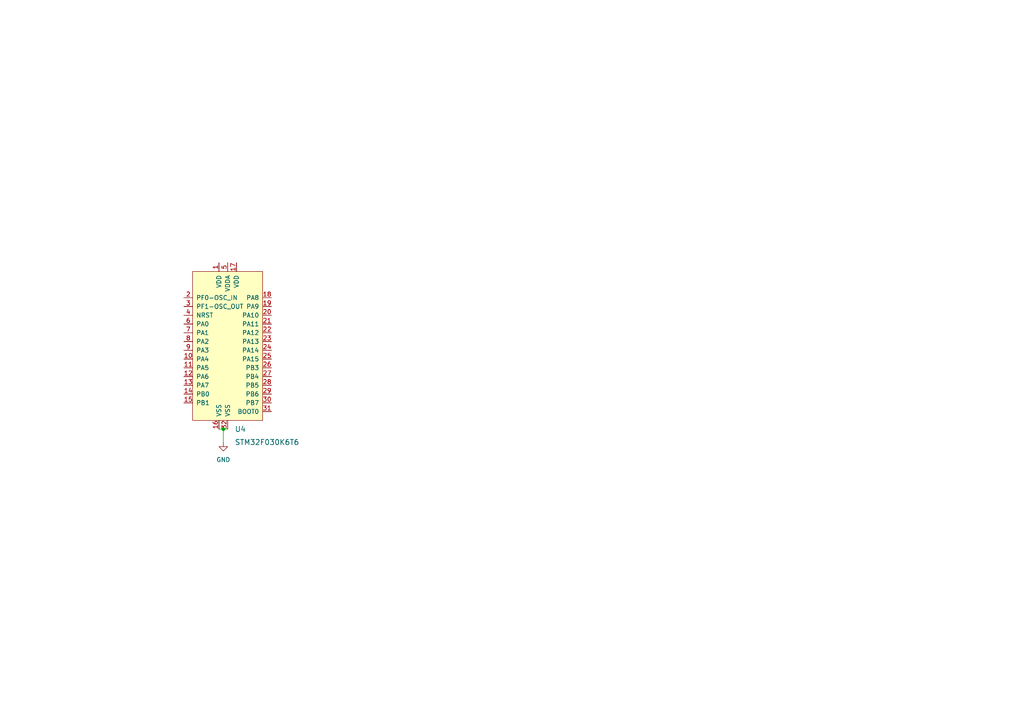
<source format=kicad_sch>
(kicad_sch (version 20211123) (generator eeschema)

  (uuid 37aa40eb-e661-4277-9e4a-2f0cebbf690f)

  (paper "A4")

  (lib_symbols
    (symbol "dk_Embedded-Microcontrollers:STM32F030K6T6" (pin_names (offset 1.016)) (in_bom yes) (on_board yes)
      (property "Reference" "U" (id 0) (at -8.9662 18.7706 0)
        (effects (font (size 1.524 1.524)))
      )
      (property "Value" "STM32F030K6T6" (id 1) (at 0 -7.62 90)
        (effects (font (size 1.524 1.524)))
      )
      (property "Footprint" "digikey-footprints:LQFP-32_7x7mm" (id 2) (at 5.08 5.08 0)
        (effects (font (size 1.524 1.524)) (justify left) hide)
      )
      (property "Datasheet" "http://www.st.com/content/ccc/resource/technical/document/datasheet/a4/5d/0b/0e/87/c4/4d/71/DM00088500.pdf/files/DM00088500.pdf/jcr:content/translations/en.DM00088500.pdf" (id 3) (at 5.08 7.62 0)
        (effects (font (size 1.524 1.524)) (justify left) hide)
      )
      (property "Digi-Key_PN" "497-14046-ND" (id 4) (at 5.08 10.16 0)
        (effects (font (size 1.524 1.524)) (justify left) hide)
      )
      (property "MPN" "STM32F030K6T6" (id 5) (at 5.08 12.7 0)
        (effects (font (size 1.524 1.524)) (justify left) hide)
      )
      (property "Category" "Integrated Circuits (ICs)" (id 6) (at 5.08 15.24 0)
        (effects (font (size 1.524 1.524)) (justify left) hide)
      )
      (property "Family" "Embedded - Microcontrollers" (id 7) (at 5.08 17.78 0)
        (effects (font (size 1.524 1.524)) (justify left) hide)
      )
      (property "DK_Datasheet_Link" "http://www.st.com/content/ccc/resource/technical/document/datasheet/a4/5d/0b/0e/87/c4/4d/71/DM00088500.pdf/files/DM00088500.pdf/jcr:content/translations/en.DM00088500.pdf" (id 8) (at 5.08 20.32 0)
        (effects (font (size 1.524 1.524)) (justify left) hide)
      )
      (property "DK_Detail_Page" "/product-detail/en/stmicroelectronics/STM32F030K6T6/497-14046-ND/4494296" (id 9) (at 5.08 22.86 0)
        (effects (font (size 1.524 1.524)) (justify left) hide)
      )
      (property "Description" "IC MCU 32BIT 32KB FLASH 32LQFP" (id 10) (at 5.08 25.4 0)
        (effects (font (size 1.524 1.524)) (justify left) hide)
      )
      (property "Manufacturer" "STMicroelectronics" (id 11) (at 5.08 27.94 0)
        (effects (font (size 1.524 1.524)) (justify left) hide)
      )
      (property "Status" "Active" (id 12) (at 5.08 30.48 0)
        (effects (font (size 1.524 1.524)) (justify left) hide)
      )
      (property "ki_keywords" "497-14046-ND STM32F0" (id 13) (at 0 0 0)
        (effects (font (size 1.27 1.27)) hide)
      )
      (property "ki_description" "IC MCU 32BIT 32KB FLASH 32LQFP" (id 14) (at 0 0 0)
        (effects (font (size 1.27 1.27)) hide)
      )
      (symbol "STM32F030K6T6_0_1"
        (rectangle (start -10.16 17.78) (end 10.16 -25.4)
          (stroke (width 0) (type default) (color 0 0 0 0))
          (fill (type background))
        )
      )
      (symbol "STM32F030K6T6_1_1"
        (pin power_in line (at -2.54 20.32 270) (length 2.54)
          (name "VDD" (effects (font (size 1.27 1.27))))
          (number "1" (effects (font (size 1.27 1.27))))
        )
        (pin bidirectional line (at -12.7 -7.62 0) (length 2.54)
          (name "PA4" (effects (font (size 1.27 1.27))))
          (number "10" (effects (font (size 1.27 1.27))))
        )
        (pin bidirectional line (at -12.7 -10.16 0) (length 2.54)
          (name "PA5" (effects (font (size 1.27 1.27))))
          (number "11" (effects (font (size 1.27 1.27))))
        )
        (pin bidirectional line (at -12.7 -12.7 0) (length 2.54)
          (name "PA6" (effects (font (size 1.27 1.27))))
          (number "12" (effects (font (size 1.27 1.27))))
        )
        (pin bidirectional line (at -12.7 -15.24 0) (length 2.54)
          (name "PA7" (effects (font (size 1.27 1.27))))
          (number "13" (effects (font (size 1.27 1.27))))
        )
        (pin bidirectional line (at -12.7 -17.78 0) (length 2.54)
          (name "PB0" (effects (font (size 1.27 1.27))))
          (number "14" (effects (font (size 1.27 1.27))))
        )
        (pin bidirectional line (at -12.7 -20.32 0) (length 2.54)
          (name "PB1" (effects (font (size 1.27 1.27))))
          (number "15" (effects (font (size 1.27 1.27))))
        )
        (pin power_in line (at -2.54 -27.94 90) (length 2.54)
          (name "VSS" (effects (font (size 1.27 1.27))))
          (number "16" (effects (font (size 1.27 1.27))))
        )
        (pin power_in line (at 2.54 20.32 270) (length 2.54)
          (name "VDD" (effects (font (size 1.27 1.27))))
          (number "17" (effects (font (size 1.27 1.27))))
        )
        (pin bidirectional line (at 12.7 10.16 180) (length 2.54)
          (name "PA8" (effects (font (size 1.27 1.27))))
          (number "18" (effects (font (size 1.27 1.27))))
        )
        (pin bidirectional line (at 12.7 7.62 180) (length 2.54)
          (name "PA9" (effects (font (size 1.27 1.27))))
          (number "19" (effects (font (size 1.27 1.27))))
        )
        (pin bidirectional line (at -12.7 10.16 0) (length 2.54)
          (name "PF0-OSC_IN" (effects (font (size 1.27 1.27))))
          (number "2" (effects (font (size 1.27 1.27))))
        )
        (pin bidirectional line (at 12.7 5.08 180) (length 2.54)
          (name "PA10" (effects (font (size 1.27 1.27))))
          (number "20" (effects (font (size 1.27 1.27))))
        )
        (pin bidirectional line (at 12.7 2.54 180) (length 2.54)
          (name "PA11" (effects (font (size 1.27 1.27))))
          (number "21" (effects (font (size 1.27 1.27))))
        )
        (pin bidirectional line (at 12.7 0 180) (length 2.54)
          (name "PA12" (effects (font (size 1.27 1.27))))
          (number "22" (effects (font (size 1.27 1.27))))
        )
        (pin bidirectional line (at 12.7 -2.54 180) (length 2.54)
          (name "PA13" (effects (font (size 1.27 1.27))))
          (number "23" (effects (font (size 1.27 1.27))))
        )
        (pin bidirectional line (at 12.7 -5.08 180) (length 2.54)
          (name "PA14" (effects (font (size 1.27 1.27))))
          (number "24" (effects (font (size 1.27 1.27))))
        )
        (pin bidirectional line (at 12.7 -7.62 180) (length 2.54)
          (name "PA15" (effects (font (size 1.27 1.27))))
          (number "25" (effects (font (size 1.27 1.27))))
        )
        (pin bidirectional line (at 12.7 -10.16 180) (length 2.54)
          (name "PB3" (effects (font (size 1.27 1.27))))
          (number "26" (effects (font (size 1.27 1.27))))
        )
        (pin bidirectional line (at 12.7 -12.7 180) (length 2.54)
          (name "PB4" (effects (font (size 1.27 1.27))))
          (number "27" (effects (font (size 1.27 1.27))))
        )
        (pin bidirectional line (at 12.7 -15.24 180) (length 2.54)
          (name "PB5" (effects (font (size 1.27 1.27))))
          (number "28" (effects (font (size 1.27 1.27))))
        )
        (pin bidirectional line (at 12.7 -17.78 180) (length 2.54)
          (name "PB6" (effects (font (size 1.27 1.27))))
          (number "29" (effects (font (size 1.27 1.27))))
        )
        (pin bidirectional line (at -12.7 7.62 0) (length 2.54)
          (name "PF1-OSC_OUT" (effects (font (size 1.27 1.27))))
          (number "3" (effects (font (size 1.27 1.27))))
        )
        (pin bidirectional line (at 12.7 -20.32 180) (length 2.54)
          (name "PB7" (effects (font (size 1.27 1.27))))
          (number "30" (effects (font (size 1.27 1.27))))
        )
        (pin bidirectional line (at 12.7 -22.86 180) (length 2.54)
          (name "BOOT0" (effects (font (size 1.27 1.27))))
          (number "31" (effects (font (size 1.27 1.27))))
        )
        (pin power_in line (at 0 -27.94 90) (length 2.54)
          (name "VSS" (effects (font (size 1.27 1.27))))
          (number "32" (effects (font (size 1.27 1.27))))
        )
        (pin bidirectional line (at -12.7 5.08 0) (length 2.54)
          (name "NRST" (effects (font (size 1.27 1.27))))
          (number "4" (effects (font (size 1.27 1.27))))
        )
        (pin power_in line (at 0 20.32 270) (length 2.54)
          (name "VDDA" (effects (font (size 1.27 1.27))))
          (number "5" (effects (font (size 1.27 1.27))))
        )
        (pin bidirectional line (at -12.7 2.54 0) (length 2.54)
          (name "PA0" (effects (font (size 1.27 1.27))))
          (number "6" (effects (font (size 1.27 1.27))))
        )
        (pin bidirectional line (at -12.7 0 0) (length 2.54)
          (name "PA1" (effects (font (size 1.27 1.27))))
          (number "7" (effects (font (size 1.27 1.27))))
        )
        (pin bidirectional line (at -12.7 -2.54 0) (length 2.54)
          (name "PA2" (effects (font (size 1.27 1.27))))
          (number "8" (effects (font (size 1.27 1.27))))
        )
        (pin bidirectional line (at -12.7 -5.08 0) (length 2.54)
          (name "PA3" (effects (font (size 1.27 1.27))))
          (number "9" (effects (font (size 1.27 1.27))))
        )
      )
    )
    (symbol "power:GND" (power) (pin_names (offset 0)) (in_bom yes) (on_board yes)
      (property "Reference" "#PWR" (id 0) (at 0 -6.35 0)
        (effects (font (size 1.27 1.27)) hide)
      )
      (property "Value" "GND" (id 1) (at 0 -3.81 0)
        (effects (font (size 1.27 1.27)))
      )
      (property "Footprint" "" (id 2) (at 0 0 0)
        (effects (font (size 1.27 1.27)) hide)
      )
      (property "Datasheet" "" (id 3) (at 0 0 0)
        (effects (font (size 1.27 1.27)) hide)
      )
      (property "ki_keywords" "power-flag" (id 4) (at 0 0 0)
        (effects (font (size 1.27 1.27)) hide)
      )
      (property "ki_description" "Power symbol creates a global label with name \"GND\" , ground" (id 5) (at 0 0 0)
        (effects (font (size 1.27 1.27)) hide)
      )
      (symbol "GND_0_1"
        (polyline
          (pts
            (xy 0 0)
            (xy 0 -1.27)
            (xy 1.27 -1.27)
            (xy 0 -2.54)
            (xy -1.27 -1.27)
            (xy 0 -1.27)
          )
          (stroke (width 0) (type default) (color 0 0 0 0))
          (fill (type none))
        )
      )
      (symbol "GND_1_1"
        (pin power_in line (at 0 0 270) (length 0) hide
          (name "GND" (effects (font (size 1.27 1.27))))
          (number "1" (effects (font (size 1.27 1.27))))
        )
      )
    )
  )

  (junction (at 64.77 124.46) (diameter 0) (color 0 0 0 0)
    (uuid fe8f6c9c-675a-4d13-a4af-c8bc17a5d086)
  )

  (wire (pts (xy 64.77 128.27) (xy 64.77 124.46))
    (stroke (width 0) (type default) (color 0 0 0 0))
    (uuid 19d5aeaa-5fa2-4d7e-862b-5da1179b02df)
  )
  (wire (pts (xy 63.5 124.46) (xy 64.77 124.46))
    (stroke (width 0) (type default) (color 0 0 0 0))
    (uuid 1aa19aeb-fa2f-412d-92b4-c3c707c36d8e)
  )
  (wire (pts (xy 64.77 124.46) (xy 66.04 124.46))
    (stroke (width 0) (type default) (color 0 0 0 0))
    (uuid 95ed698a-02cb-4cb7-a144-66d3268b3e7b)
  )

  (symbol (lib_id "power:GND") (at 64.77 128.27 0) (unit 1)
    (in_bom yes) (on_board yes) (fields_autoplaced)
    (uuid 475a8b53-0597-42ac-b5dd-ad2e907a816e)
    (property "Reference" "#PWR021" (id 0) (at 64.77 134.62 0)
      (effects (font (size 1.27 1.27)) hide)
    )
    (property "Value" "GND" (id 1) (at 64.77 133.35 0))
    (property "Footprint" "" (id 2) (at 64.77 128.27 0)
      (effects (font (size 1.27 1.27)) hide)
    )
    (property "Datasheet" "" (id 3) (at 64.77 128.27 0)
      (effects (font (size 1.27 1.27)) hide)
    )
    (pin "1" (uuid 20a3aff9-589a-4e5d-b4d4-8ba5bb2ccf4b))
  )

  (symbol (lib_id "dk_Embedded-Microcontrollers:STM32F030K6T6") (at 66.04 96.52 0) (unit 1)
    (in_bom yes) (on_board yes) (fields_autoplaced)
    (uuid bb7c9089-7d2f-4cfb-9ff4-5bd729b9f870)
    (property "Reference" "U4" (id 0) (at 68.0594 124.46 0)
      (effects (font (size 1.524 1.524)) (justify left))
    )
    (property "Value" "STM32F030K6T6" (id 1) (at 68.0594 128.27 0)
      (effects (font (size 1.524 1.524)) (justify left))
    )
    (property "Footprint" "digikey-footprints:LQFP-32_7x7mm" (id 2) (at 71.12 91.44 0)
      (effects (font (size 1.524 1.524)) (justify left) hide)
    )
    (property "Datasheet" "http://www.st.com/content/ccc/resource/technical/document/datasheet/a4/5d/0b/0e/87/c4/4d/71/DM00088500.pdf/files/DM00088500.pdf/jcr:content/translations/en.DM00088500.pdf" (id 3) (at 71.12 88.9 0)
      (effects (font (size 1.524 1.524)) (justify left) hide)
    )
    (property "Digi-Key_PN" "497-14046-ND" (id 4) (at 71.12 86.36 0)
      (effects (font (size 1.524 1.524)) (justify left) hide)
    )
    (property "MPN" "STM32F030K6T6" (id 5) (at 71.12 83.82 0)
      (effects (font (size 1.524 1.524)) (justify left) hide)
    )
    (property "Category" "Integrated Circuits (ICs)" (id 6) (at 71.12 81.28 0)
      (effects (font (size 1.524 1.524)) (justify left) hide)
    )
    (property "Family" "Embedded - Microcontrollers" (id 7) (at 71.12 78.74 0)
      (effects (font (size 1.524 1.524)) (justify left) hide)
    )
    (property "DK_Datasheet_Link" "http://www.st.com/content/ccc/resource/technical/document/datasheet/a4/5d/0b/0e/87/c4/4d/71/DM00088500.pdf/files/DM00088500.pdf/jcr:content/translations/en.DM00088500.pdf" (id 8) (at 71.12 76.2 0)
      (effects (font (size 1.524 1.524)) (justify left) hide)
    )
    (property "DK_Detail_Page" "/product-detail/en/stmicroelectronics/STM32F030K6T6/497-14046-ND/4494296" (id 9) (at 71.12 73.66 0)
      (effects (font (size 1.524 1.524)) (justify left) hide)
    )
    (property "Description" "IC MCU 32BIT 32KB FLASH 32LQFP" (id 10) (at 71.12 71.12 0)
      (effects (font (size 1.524 1.524)) (justify left) hide)
    )
    (property "Manufacturer" "STMicroelectronics" (id 11) (at 71.12 68.58 0)
      (effects (font (size 1.524 1.524)) (justify left) hide)
    )
    (property "Status" "Active" (id 12) (at 71.12 66.04 0)
      (effects (font (size 1.524 1.524)) (justify left) hide)
    )
    (pin "1" (uuid 85d5020c-266f-4192-a992-9c8fb5d581a6))
    (pin "10" (uuid c7e9a7b9-9eee-41a9-b700-a4e4bad5908c))
    (pin "11" (uuid 499e67ee-2877-4850-9b11-68509376d914))
    (pin "12" (uuid 8ae935ec-9e98-471e-8305-24f4925046ed))
    (pin "13" (uuid 350fd582-08fd-46f0-ad9f-0fa3d1ca12a1))
    (pin "14" (uuid 242d315d-b470-4fe0-9309-b6233b7332d5))
    (pin "15" (uuid 34e7d36a-9f23-4c6f-ad7e-0eb8033ab0d8))
    (pin "16" (uuid 02321acb-2c52-45ec-b4bf-b4a997094516))
    (pin "17" (uuid 06c70d42-cd7d-4449-b74b-b9d74867ae77))
    (pin "18" (uuid 58f4b6f5-fa63-4484-9007-8d450f7bd95a))
    (pin "19" (uuid dca94867-9626-4395-81a8-84d8905abf6c))
    (pin "2" (uuid 6ed3370c-d755-4e45-a3c9-46fc5f03d7e5))
    (pin "20" (uuid 7144500d-3c51-4de4-83ed-acaa8311b018))
    (pin "21" (uuid 5b9e6d32-7088-45ef-a65c-0e423b13c0f5))
    (pin "22" (uuid 92fea6e5-fa6b-48c7-8700-8b7e6db22ce9))
    (pin "23" (uuid 7da66803-f8a4-4e3c-a6d9-9319fba623e4))
    (pin "24" (uuid 1310c5d2-779e-4a0d-8b10-ada5ef9b8e67))
    (pin "25" (uuid e43723d7-37b6-4b72-8269-37af08b5b6d4))
    (pin "26" (uuid 543e44c7-1666-460c-8a6e-da80134309e1))
    (pin "27" (uuid 3334dee5-c913-47b1-b8e9-4436c8bf66f2))
    (pin "28" (uuid ad37bc8d-6a90-4c32-bdb4-b921e0fb7fff))
    (pin "29" (uuid f87bba4e-517b-4a19-88ee-1be447658ac4))
    (pin "3" (uuid 436793e6-084b-45db-8136-883937a2f0a8))
    (pin "30" (uuid 8a139139-24a3-42e0-8daf-e68296e9d777))
    (pin "31" (uuid 56c6e449-49ab-4211-a735-10b81bc68e60))
    (pin "32" (uuid 43153ceb-7a12-4bd5-b79f-6a2e5adf80d8))
    (pin "4" (uuid 1e6e6205-bba0-42ab-97d8-65ab318f6ee5))
    (pin "5" (uuid a1c64c27-4e25-4214-8feb-023678eaeaa1))
    (pin "6" (uuid 90e90d8e-2bf6-4967-bb64-489b66779817))
    (pin "7" (uuid 2a9e4c91-32ac-413a-b337-9eeec833a4a7))
    (pin "8" (uuid a85efbd1-0ae0-4248-a5de-9e2ea759eb0f))
    (pin "9" (uuid 1aa35ccb-d0c8-4826-90ce-83ce41767c18))
  )
)

</source>
